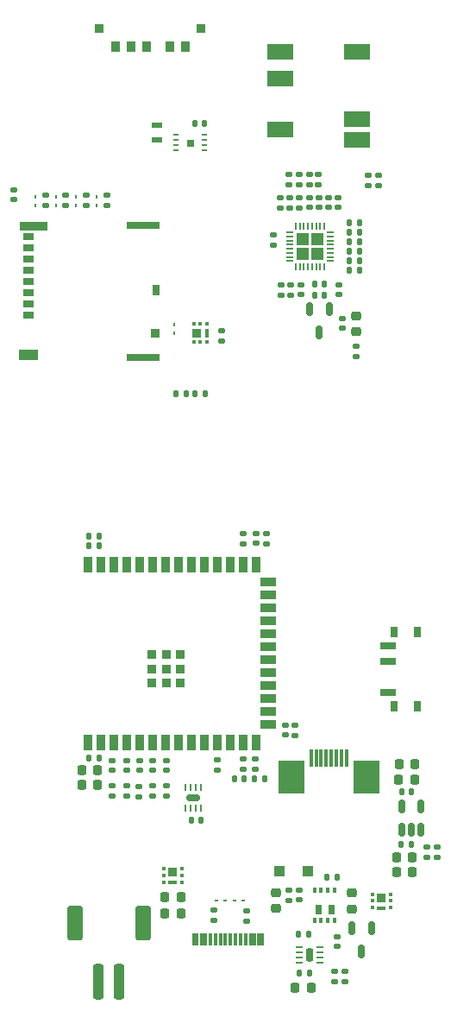
<source format=gbr>
%TF.GenerationSoftware,KiCad,Pcbnew,7.0.2-0*%
%TF.CreationDate,2023-08-13T19:48:24+08:00*%
%TF.ProjectId,Music_32_V2,4d757369-635f-4333-925f-56322e6b6963,rev?*%
%TF.SameCoordinates,Original*%
%TF.FileFunction,Paste,Top*%
%TF.FilePolarity,Positive*%
%FSLAX46Y46*%
G04 Gerber Fmt 4.6, Leading zero omitted, Abs format (unit mm)*
G04 Created by KiCad (PCBNEW 7.0.2-0) date 2023-08-13 19:48:24*
%MOMM*%
%LPD*%
G01*
G04 APERTURE LIST*
G04 Aperture macros list*
%AMRoundRect*
0 Rectangle with rounded corners*
0 $1 Rounding radius*
0 $2 $3 $4 $5 $6 $7 $8 $9 X,Y pos of 4 corners*
0 Add a 4 corners polygon primitive as box body*
4,1,4,$2,$3,$4,$5,$6,$7,$8,$9,$2,$3,0*
0 Add four circle primitives for the rounded corners*
1,1,$1+$1,$2,$3*
1,1,$1+$1,$4,$5*
1,1,$1+$1,$6,$7*
1,1,$1+$1,$8,$9*
0 Add four rect primitives between the rounded corners*
20,1,$1+$1,$2,$3,$4,$5,0*
20,1,$1+$1,$4,$5,$6,$7,0*
20,1,$1+$1,$6,$7,$8,$9,0*
20,1,$1+$1,$8,$9,$2,$3,0*%
%AMOutline4P*
0 Free polygon, 4 corners , with rotation*
0 The origin of the aperture is its center*
0 number of corners: always 4*
0 $1 to $8 corner X, Y*
0 $9 Rotation angle, in degrees counterclockwise*
0 create outline with 4 corners*
4,1,4,$1,$2,$3,$4,$5,$6,$7,$8,$1,$2,$9*%
G04 Aperture macros list end*
%ADD10C,0.010000*%
%ADD11C,0.120000*%
%ADD12RoundRect,0.062500X-0.117500X-0.062500X0.117500X-0.062500X0.117500X0.062500X-0.117500X0.062500X0*%
%ADD13RoundRect,0.225000X0.225000X0.250000X-0.225000X0.250000X-0.225000X-0.250000X0.225000X-0.250000X0*%
%ADD14RoundRect,0.140000X0.140000X0.170000X-0.140000X0.170000X-0.140000X-0.170000X0.140000X-0.170000X0*%
%ADD15RoundRect,0.140000X0.170000X-0.140000X0.170000X0.140000X-0.170000X0.140000X-0.170000X-0.140000X0*%
%ADD16RoundRect,0.182500X-0.182500X-0.462500X0.182500X-0.462500X0.182500X0.462500X-0.182500X0.462500X0*%
%ADD17RoundRect,0.062500X-0.300000X-0.062500X0.300000X-0.062500X0.300000X0.062500X-0.300000X0.062500X0*%
%ADD18RoundRect,0.225000X-0.225000X-0.250000X0.225000X-0.250000X0.225000X0.250000X-0.225000X0.250000X0*%
%ADD19RoundRect,0.160000X0.485000X-0.160000X0.485000X0.160000X-0.485000X0.160000X-0.485000X-0.160000X0*%
%ADD20RoundRect,0.062500X0.062500X-0.287500X0.062500X0.287500X-0.062500X0.287500X-0.062500X-0.287500X0*%
%ADD21RoundRect,0.135000X0.185000X-0.135000X0.185000X0.135000X-0.185000X0.135000X-0.185000X-0.135000X0*%
%ADD22RoundRect,0.140000X-0.170000X0.140000X-0.170000X-0.140000X0.170000X-0.140000X0.170000X0.140000X0*%
%ADD23RoundRect,0.150000X-0.150000X0.512500X-0.150000X-0.512500X0.150000X-0.512500X0.150000X0.512500X0*%
%ADD24RoundRect,0.135000X-0.185000X0.135000X-0.185000X-0.135000X0.185000X-0.135000X0.185000X0.135000X0*%
%ADD25R,1.100000X0.700000*%
%ADD26R,0.930000X0.900000*%
%ADD27R,0.780000X1.050000*%
%ADD28R,1.830000X1.140000*%
%ADD29R,2.800000X0.860000*%
%ADD30R,3.330000X0.700000*%
%ADD31RoundRect,0.140000X-0.140000X-0.170000X0.140000X-0.170000X0.140000X0.170000X-0.140000X0.170000X0*%
%ADD32RoundRect,0.250000X0.250000X1.500000X-0.250000X1.500000X-0.250000X-1.500000X0.250000X-1.500000X0*%
%ADD33RoundRect,0.250001X0.499999X1.449999X-0.499999X1.449999X-0.499999X-1.449999X0.499999X-1.449999X0*%
%ADD34RoundRect,0.062500X-0.062500X0.117500X-0.062500X-0.117500X0.062500X-0.117500X0.062500X0.117500X0*%
%ADD35RoundRect,0.225000X0.250000X-0.225000X0.250000X0.225000X-0.250000X0.225000X-0.250000X-0.225000X0*%
%ADD36RoundRect,0.062500X0.117500X0.062500X-0.117500X0.062500X-0.117500X-0.062500X0.117500X-0.062500X0*%
%ADD37Outline4P,-1.250000X-0.800000X1.250000X-0.800000X1.250000X0.800000X-1.250000X0.800000X0.000000*%
%ADD38R,0.350000X1.800000*%
%ADD39R,2.500000X3.200000*%
%ADD40R,0.900000X1.500000*%
%ADD41R,1.500000X0.900000*%
%ADD42R,0.900000X0.900000*%
%ADD43RoundRect,0.135000X-0.135000X-0.185000X0.135000X-0.185000X0.135000X0.185000X-0.135000X0.185000X0*%
%ADD44R,0.400000X0.350000*%
%ADD45R,0.399000X0.910000*%
%ADD46R,0.810000X0.910000*%
%ADD47RoundRect,0.225000X-0.250000X0.225000X-0.250000X-0.225000X0.250000X-0.225000X0.250000X0.225000X0*%
%ADD48RoundRect,0.150000X0.150000X-0.512500X0.150000X0.512500X-0.150000X0.512500X-0.150000X-0.512500X0*%
%ADD49RoundRect,0.135000X0.135000X0.185000X-0.135000X0.185000X-0.135000X-0.185000X0.135000X-0.185000X0*%
%ADD50RoundRect,0.218750X-0.218750X-0.256250X0.218750X-0.256250X0.218750X0.256250X-0.218750X0.256250X0*%
%ADD51R,0.800000X1.000000*%
%ADD52R,1.500000X0.700000*%
%ADD53R,0.625000X0.250000*%
%ADD54R,0.400000X0.500000*%
%ADD55R,0.300000X1.150000*%
%ADD56R,0.350000X0.400000*%
%ADD57R,0.910000X0.399000*%
%ADD58R,0.910000X0.810000*%
%ADD59RoundRect,0.250000X0.300000X0.300000X-0.300000X0.300000X-0.300000X-0.300000X0.300000X-0.300000X0*%
%ADD60RoundRect,0.062500X0.062500X-0.117500X0.062500X0.117500X-0.062500X0.117500X-0.062500X-0.117500X0*%
%ADD61RoundRect,0.218750X0.256250X-0.218750X0.256250X0.218750X-0.256250X0.218750X-0.256250X-0.218750X0*%
%ADD62R,0.900000X1.000000*%
%ADD63RoundRect,0.250000X-0.380000X-0.380000X0.380000X-0.380000X0.380000X0.380000X-0.380000X0.380000X0*%
%ADD64RoundRect,0.050000X-0.300000X-0.050000X0.300000X-0.050000X0.300000X0.050000X-0.300000X0.050000X0*%
%ADD65RoundRect,0.050000X-0.050000X-0.300000X0.050000X-0.300000X0.050000X0.300000X-0.050000X0.300000X0*%
%ADD66R,1.100000X0.600000*%
G04 APERTURE END LIST*
%TO.C,U10*%
D10*
X150012500Y-73200000D02*
X149412500Y-73200000D01*
X149412500Y-72600000D01*
X150012500Y-72600000D01*
X150012500Y-73200000D01*
G36*
X150012500Y-73200000D02*
G01*
X149412500Y-73200000D01*
X149412500Y-72600000D01*
X150012500Y-72600000D01*
X150012500Y-73200000D01*
G37*
D11*
%TO.C,Q3*%
X163820000Y-148505000D02*
X163320000Y-148505000D01*
X163320000Y-148505000D02*
X163320000Y-147655000D01*
X163320000Y-147655000D02*
X163820000Y-147655000D01*
X163820000Y-147655000D02*
X163820000Y-148505000D01*
G36*
X163820000Y-148505000D02*
G01*
X163320000Y-148505000D01*
X163320000Y-147655000D01*
X163820000Y-147655000D01*
X163820000Y-148505000D01*
G37*
X162520000Y-148480000D02*
X162020000Y-148480000D01*
X162020000Y-148480000D02*
X162020000Y-147630000D01*
X162020000Y-147630000D02*
X162520000Y-147630000D01*
X162520000Y-147630000D02*
X162520000Y-148480000D01*
G36*
X162520000Y-148480000D02*
G01*
X162020000Y-148480000D01*
X162020000Y-147630000D01*
X162520000Y-147630000D01*
X162520000Y-148480000D01*
G37*
%TD*%
D12*
%TO.C,D1*%
X154920000Y-147200000D03*
X154080000Y-147200000D03*
%TD*%
D13*
%TO.C,C13*%
X140630000Y-134450000D03*
X139080000Y-134450000D03*
%TD*%
D14*
%TO.C,C2*%
X140730000Y-112450000D03*
X139770000Y-112450000D03*
%TD*%
D15*
%TO.C,C14*%
X157900000Y-82930000D03*
X157900000Y-81970000D03*
%TD*%
D14*
%TO.C,C47*%
X151092500Y-71000000D03*
X150132500Y-71000000D03*
%TD*%
D16*
%TO.C,U5*%
X161400000Y-152550000D03*
D17*
X160387500Y-151800000D03*
X160387500Y-152300000D03*
X160387500Y-152800000D03*
X160387500Y-153300000D03*
X162412500Y-153300000D03*
X162412500Y-152800000D03*
X162412500Y-152300000D03*
X162412500Y-151800000D03*
%TD*%
D18*
%TO.C,C37*%
X170174998Y-135387501D03*
X171724998Y-135387501D03*
%TD*%
D19*
%TO.C,U9*%
X150030000Y-137150000D03*
D20*
X149280000Y-138150000D03*
X149780000Y-138150000D03*
X150280000Y-138150000D03*
X150780000Y-138150000D03*
X150780000Y-136150000D03*
X150280000Y-136150000D03*
X149780000Y-136150000D03*
X149280000Y-136150000D03*
%TD*%
D21*
%TO.C,R14*%
X159595000Y-87845000D03*
X159595000Y-86825000D03*
%TD*%
D14*
%TO.C,C17*%
X166310000Y-80775000D03*
X165350000Y-80775000D03*
%TD*%
D22*
%TO.C,C7*%
X146050000Y-133470000D03*
X146050000Y-134430000D03*
%TD*%
D23*
%TO.C,U6*%
X167500000Y-149950000D03*
X165600000Y-149950000D03*
X166550000Y-152225000D03*
%TD*%
D21*
%TO.C,R34*%
X152800000Y-92385001D03*
X152800000Y-91365001D03*
%TD*%
D24*
%TO.C,R15*%
X167220000Y-76090000D03*
X167220000Y-77110000D03*
%TD*%
D15*
%TO.C,C25*%
X164300000Y-87780000D03*
X164300000Y-86820000D03*
%TD*%
D25*
%TO.C,J4*%
X133820000Y-89830000D03*
X133820000Y-88730000D03*
X133820000Y-87630000D03*
X133820000Y-86530000D03*
X133820000Y-85430000D03*
X133820000Y-84330000D03*
X133820000Y-83230000D03*
X133820000Y-82130000D03*
D26*
X146285000Y-91620000D03*
D27*
X146360000Y-87355000D03*
D28*
X133835000Y-93710000D03*
D29*
X134320000Y-81050000D03*
D30*
X145085000Y-93930000D03*
X145085000Y-80970000D03*
%TD*%
D31*
%TO.C,C33*%
X170420000Y-141749998D03*
X171380000Y-141749998D03*
%TD*%
D32*
%TO.C,BT1*%
X142720000Y-155180000D03*
X140720000Y-155180000D03*
D33*
X145070000Y-149430000D03*
X138370000Y-149430000D03*
%TD*%
D14*
%TO.C,C15*%
X166310000Y-81675000D03*
X165350000Y-81675000D03*
%TD*%
D21*
%TO.C,R24*%
X152000000Y-149200001D03*
X152000000Y-148180001D03*
%TD*%
D22*
%TO.C,C3*%
X143450000Y-133470000D03*
X143450000Y-134430000D03*
%TD*%
D21*
%TO.C,R9*%
X154930000Y-134360000D03*
X154930000Y-133340000D03*
%TD*%
D22*
%TO.C,C23*%
X163295000Y-78295000D03*
X163295000Y-79255000D03*
%TD*%
D15*
%TO.C,C38*%
X132400000Y-78480000D03*
X132400000Y-77520000D03*
%TD*%
D24*
%TO.C,R12*%
X158520000Y-78265000D03*
X158520000Y-79285000D03*
%TD*%
D34*
%TO.C,D10*%
X134500000Y-79070000D03*
X134500000Y-78230000D03*
%TD*%
D18*
%TO.C,C31*%
X169979997Y-142950000D03*
X171529997Y-142950000D03*
%TD*%
D24*
%TO.C,R39*%
X141500000Y-78060000D03*
X141500000Y-79080000D03*
%TD*%
D15*
%TO.C,C40*%
X164100000Y-151730000D03*
X164100000Y-150770000D03*
%TD*%
D21*
%TO.C,R27*%
X163900000Y-155150000D03*
X163900000Y-154130000D03*
%TD*%
%TO.C,R1*%
X147350000Y-137010000D03*
X147350000Y-135990000D03*
%TD*%
D35*
%TO.C,C41*%
X165970000Y-91425000D03*
X165970000Y-89875000D03*
%TD*%
D36*
%TO.C,D2*%
X152280000Y-147200000D03*
X153120000Y-147200000D03*
%TD*%
D24*
%TO.C,R38*%
X139500000Y-78060000D03*
X139500000Y-79080000D03*
%TD*%
D22*
%TO.C,C6*%
X159100000Y-130010000D03*
X159100000Y-130970000D03*
%TD*%
%TO.C,C43*%
X172949998Y-142007501D03*
X172949998Y-142967501D03*
%TD*%
D37*
%TO.C,J2*%
X158570000Y-66630000D03*
X158570000Y-71630000D03*
X166070000Y-64030000D03*
X158570000Y-64030000D03*
X166070000Y-70630000D03*
X166070000Y-72630000D03*
%TD*%
D21*
%TO.C,R20*%
X162295000Y-77035000D03*
X162295000Y-76015000D03*
%TD*%
%TO.C,R25*%
X155250000Y-149210000D03*
X155250000Y-148190000D03*
%TD*%
D24*
%TO.C,R13*%
X160420000Y-78290000D03*
X160420000Y-79310000D03*
%TD*%
D21*
%TO.C,R17*%
X168190000Y-77110000D03*
X168190000Y-76090000D03*
%TD*%
D22*
%TO.C,C21*%
X161395000Y-78295000D03*
X161395000Y-79255000D03*
%TD*%
D15*
%TO.C,C27*%
X160400000Y-77005000D03*
X160400000Y-76045000D03*
%TD*%
D38*
%TO.C,J1*%
X165070000Y-133230000D03*
X164570000Y-133230000D03*
X164070000Y-133230000D03*
X163570000Y-133230000D03*
X163070000Y-133230000D03*
X162570000Y-133230000D03*
X162070000Y-133230000D03*
X161570000Y-133230000D03*
D39*
X167020000Y-135130000D03*
X159620000Y-135130000D03*
%TD*%
D40*
%TO.C,U2*%
X139640000Y-131750000D03*
X140910000Y-131750000D03*
X142180000Y-131750000D03*
X143450000Y-131750000D03*
X144720000Y-131750000D03*
X145990000Y-131750000D03*
X147260000Y-131750000D03*
X148530000Y-131750000D03*
X149800000Y-131750000D03*
X151070000Y-131750000D03*
X152340000Y-131750000D03*
X153610000Y-131750000D03*
X154880000Y-131750000D03*
X156150000Y-131750000D03*
D41*
X157400000Y-129985000D03*
X157400000Y-128715000D03*
X157400000Y-127445000D03*
X157400000Y-126175000D03*
X157400000Y-124905000D03*
X157400000Y-123635000D03*
X157400000Y-122365000D03*
X157400000Y-121095000D03*
X157400000Y-119825000D03*
X157400000Y-118555000D03*
X157400000Y-117285000D03*
X157400000Y-116015000D03*
D40*
X156150000Y-114250000D03*
X154880000Y-114250000D03*
X153610000Y-114250000D03*
X152340000Y-114250000D03*
X151070000Y-114250000D03*
X149800000Y-114250000D03*
X148530000Y-114250000D03*
X147260000Y-114250000D03*
X145990000Y-114250000D03*
X144720000Y-114250000D03*
X143450000Y-114250000D03*
X142180000Y-114250000D03*
X140910000Y-114250000D03*
X139640000Y-114250000D03*
D42*
X147360000Y-124500000D03*
X147360000Y-125900000D03*
X147360000Y-123100000D03*
X148760000Y-125900000D03*
X148760000Y-124500000D03*
X148760000Y-123100000D03*
X145960000Y-125900000D03*
X145960000Y-124500000D03*
X145960000Y-123100000D03*
%TD*%
D24*
%TO.C,R11*%
X159470000Y-78265000D03*
X159470000Y-79285000D03*
%TD*%
D14*
%TO.C,C9*%
X140735000Y-133250000D03*
X139775000Y-133250000D03*
%TD*%
D43*
%TO.C,R26*%
X160400000Y-154350000D03*
X161420000Y-154350000D03*
%TD*%
%TO.C,R2*%
X139720000Y-111450000D03*
X140740000Y-111450000D03*
%TD*%
%TO.C,R18*%
X165345000Y-84500000D03*
X166365000Y-84500000D03*
%TD*%
D44*
%TO.C,Q4*%
X151350000Y-92425000D03*
D45*
X151394500Y-91550000D03*
D44*
X151350000Y-90675000D03*
X150050000Y-92425000D03*
X150700000Y-92425000D03*
D46*
X150379000Y-91550000D03*
D44*
X150050000Y-90675000D03*
X150700000Y-90675000D03*
%TD*%
D21*
%TO.C,R5*%
X144700000Y-137020000D03*
X144700000Y-136000000D03*
%TD*%
D18*
%TO.C,C32*%
X169979995Y-144449999D03*
X171529995Y-144449999D03*
%TD*%
D15*
%TO.C,C26*%
X158620000Y-87830000D03*
X158620000Y-86870000D03*
%TD*%
D21*
%TO.C,R23*%
X159400000Y-147210000D03*
X159400000Y-146190000D03*
%TD*%
D14*
%TO.C,C44*%
X162900000Y-87850000D03*
X161940000Y-87850000D03*
%TD*%
D31*
%TO.C,C12*%
X156050000Y-135250000D03*
X157010000Y-135250000D03*
%TD*%
D22*
%TO.C,C30*%
X160400000Y-146200000D03*
X160400000Y-147160000D03*
%TD*%
D47*
%TO.C,C28*%
X165600000Y-146475000D03*
X165600000Y-148025000D03*
%TD*%
D48*
%TO.C,U4*%
X170450000Y-140287500D03*
X171400000Y-140287500D03*
X172350000Y-140287500D03*
X172350000Y-138012500D03*
X170450000Y-138012500D03*
%TD*%
D49*
%TO.C,R35*%
X149290000Y-97550000D03*
X148270000Y-97550000D03*
%TD*%
D21*
%TO.C,R36*%
X154900000Y-112210000D03*
X154900000Y-111190000D03*
%TD*%
D50*
%TO.C,F1*%
X147212500Y-148450000D03*
X148787500Y-148450000D03*
%TD*%
D21*
%TO.C,R28*%
X164900000Y-155150000D03*
X164900000Y-154130000D03*
%TD*%
D24*
%TO.C,R19*%
X161395000Y-76015000D03*
X161395000Y-77035000D03*
%TD*%
D43*
%TO.C,R22*%
X163140000Y-144950000D03*
X164160000Y-144950000D03*
%TD*%
%TO.C,R21*%
X165345000Y-85450000D03*
X166365000Y-85450000D03*
%TD*%
D24*
%TO.C,R37*%
X135500000Y-78040000D03*
X135500000Y-79060000D03*
%TD*%
D51*
%TO.C,SW7*%
X169765000Y-128180000D03*
X171975000Y-128180000D03*
X169765000Y-120880000D03*
X171975000Y-120880000D03*
D52*
X169115000Y-126780000D03*
X169115000Y-123780000D03*
X169115000Y-122280000D03*
%TD*%
D22*
%TO.C,C1*%
X147350000Y-133470000D03*
X147350000Y-134430000D03*
%TD*%
D15*
%TO.C,C19*%
X160595000Y-87815000D03*
X160595000Y-86855000D03*
%TD*%
D43*
%TO.C,R29*%
X160290000Y-150550000D03*
X161310000Y-150550000D03*
%TD*%
D24*
%TO.C,R16*%
X159405000Y-76015000D03*
X159405000Y-77035000D03*
%TD*%
D14*
%TO.C,C10*%
X155010000Y-135250000D03*
X154050000Y-135250000D03*
%TD*%
D31*
%TO.C,C45*%
X150200000Y-97550000D03*
X151160000Y-97550000D03*
%TD*%
D53*
%TO.C,U10*%
X148300000Y-72150000D03*
X148300000Y-72650000D03*
X148300000Y-73150000D03*
X148300000Y-73650000D03*
X151125000Y-73650000D03*
X151125000Y-73150000D03*
X151125000Y-72650000D03*
X151125000Y-72150000D03*
%TD*%
D54*
%TO.C,Q3*%
X163850000Y-146200000D03*
X163200000Y-146200000D03*
X162550000Y-146200000D03*
X161900000Y-146200000D03*
X161910000Y-149170000D03*
X162560000Y-149170000D03*
X163210000Y-149170000D03*
X163860000Y-149170000D03*
%TD*%
D21*
%TO.C,R10*%
X156130000Y-134360000D03*
X156130000Y-133340000D03*
%TD*%
%TO.C,R8*%
X142000000Y-137010000D03*
X142000000Y-135990000D03*
%TD*%
%TO.C,FB1*%
X165970000Y-93860000D03*
X165970000Y-92840000D03*
%TD*%
D14*
%TO.C,C16*%
X166305000Y-83550000D03*
X165345000Y-83550000D03*
%TD*%
%TO.C,C20*%
X162900000Y-86800000D03*
X161940000Y-86800000D03*
%TD*%
D13*
%TO.C,C34*%
X161575000Y-155750000D03*
X160025000Y-155750000D03*
%TD*%
D23*
%TO.C,U7*%
X163349999Y-89250000D03*
X161449999Y-89250000D03*
X162399999Y-91525000D03*
%TD*%
D55*
%TO.C,J3*%
X150070000Y-151060000D03*
X150870000Y-151060000D03*
X152170000Y-151060000D03*
X153170000Y-151060000D03*
X153670000Y-151060000D03*
X154670000Y-151060000D03*
X155970000Y-151060000D03*
X156770000Y-151060000D03*
X156470000Y-151060000D03*
X155670000Y-151060000D03*
X155170000Y-151060000D03*
X154170000Y-151060000D03*
X152670000Y-151060000D03*
X151670000Y-151060000D03*
X151170000Y-151060000D03*
X150370000Y-151060000D03*
%TD*%
D56*
%TO.C,Q1*%
X147125000Y-145405500D03*
D57*
X148000000Y-145450000D03*
D56*
X148875000Y-145405500D03*
X147125000Y-144105500D03*
X147125000Y-144755500D03*
D58*
X148000000Y-144434500D03*
D56*
X148875000Y-144105500D03*
X148875000Y-144755500D03*
%TD*%
D14*
%TO.C,C18*%
X166305000Y-82600000D03*
X165345000Y-82600000D03*
%TD*%
D24*
%TO.C,R40*%
X137500000Y-78040000D03*
X137500000Y-79060000D03*
%TD*%
D59*
%TO.C,D3*%
X161300000Y-144350000D03*
X158500000Y-144350000D03*
%TD*%
D34*
%TO.C,D7*%
X136500000Y-79070000D03*
X136500000Y-78230000D03*
%TD*%
D18*
%TO.C,C35*%
X170199997Y-133877504D03*
X171749997Y-133877504D03*
%TD*%
D22*
%TO.C,C8*%
X142000000Y-133470000D03*
X142000000Y-134430000D03*
%TD*%
D24*
%TO.C,R4*%
X157200000Y-111190000D03*
X157200000Y-112210000D03*
%TD*%
D21*
%TO.C,R7*%
X146050000Y-137010000D03*
X146050000Y-135990000D03*
%TD*%
D60*
%TO.C,D6*%
X148100000Y-90730000D03*
X148100000Y-91570000D03*
%TD*%
D15*
%TO.C,C4*%
X156200000Y-112180000D03*
X156200000Y-111220000D03*
%TD*%
D24*
%TO.C,R41*%
X152330000Y-133440000D03*
X152330000Y-134460000D03*
%TD*%
D31*
%TO.C,C36*%
X170494997Y-136577505D03*
X171454997Y-136577505D03*
%TD*%
D22*
%TO.C,C24*%
X164245000Y-78295000D03*
X164245000Y-79255000D03*
%TD*%
D61*
%TO.C,F2*%
X158100000Y-147987500D03*
X158100000Y-146412500D03*
%TD*%
D62*
%TO.C,U1*%
X142400000Y-63500000D03*
X143900000Y-63500000D03*
X145400000Y-63500000D03*
X147700000Y-63500000D03*
X149200000Y-63500000D03*
D42*
X140800000Y-61700000D03*
X150800000Y-61700000D03*
%TD*%
D63*
%TO.C,U3*%
X160745000Y-82375000D03*
X160745000Y-83825000D03*
X162195000Y-82375000D03*
X162195000Y-83825000D03*
D64*
X159470000Y-81700000D03*
X159470000Y-82100000D03*
X159470000Y-82500000D03*
X159470000Y-82900000D03*
X159470000Y-83300000D03*
X159470000Y-83700000D03*
X159470000Y-84100000D03*
X159470000Y-84500000D03*
D65*
X160070000Y-85100000D03*
X160470000Y-85100000D03*
X160870000Y-85100000D03*
X161270000Y-85100000D03*
X161670000Y-85100000D03*
X162070000Y-85100000D03*
X162470000Y-85100000D03*
X162870000Y-85100000D03*
D64*
X163470000Y-84500000D03*
X163470000Y-84100000D03*
X163470000Y-83700000D03*
X163470000Y-83300000D03*
X163470000Y-82900000D03*
X163470000Y-82500000D03*
X163470000Y-82100000D03*
X163470000Y-81700000D03*
D65*
X162870000Y-81100000D03*
X162470000Y-81100000D03*
X162070000Y-81100000D03*
X161670000Y-81100000D03*
X161270000Y-81100000D03*
X160870000Y-81100000D03*
X160470000Y-81100000D03*
X160070000Y-81100000D03*
%TD*%
D22*
%TO.C,C22*%
X162345000Y-78295000D03*
X162345000Y-79255000D03*
%TD*%
D34*
%TO.C,D8*%
X140500000Y-79090000D03*
X140500000Y-78250000D03*
%TD*%
D21*
%TO.C,R33*%
X173949998Y-142997501D03*
X173949998Y-141977501D03*
%TD*%
D66*
%TO.C,Y1*%
X146412500Y-72600000D03*
X146412500Y-71200000D03*
%TD*%
D31*
%TO.C,C46*%
X149820000Y-139300000D03*
X150780000Y-139300000D03*
%TD*%
D34*
%TO.C,D9*%
X138500000Y-79090000D03*
X138500000Y-78250000D03*
%TD*%
D21*
%TO.C,R6*%
X160030000Y-131010000D03*
X160030000Y-129990000D03*
%TD*%
D22*
%TO.C,C42*%
X164670000Y-90120000D03*
X164670000Y-91080000D03*
%TD*%
D56*
%TO.C,Q2*%
X167600000Y-147900000D03*
D57*
X168475000Y-147944500D03*
D56*
X169350000Y-147900000D03*
X167600000Y-146600000D03*
X167600000Y-147250000D03*
D58*
X168475000Y-146929000D03*
D56*
X169350000Y-146600000D03*
X169350000Y-147250000D03*
%TD*%
D18*
%TO.C,C29*%
X147225000Y-146834500D03*
X148775000Y-146834500D03*
%TD*%
D13*
%TO.C,C11*%
X140630000Y-135850000D03*
X139080000Y-135850000D03*
%TD*%
D21*
%TO.C,R3*%
X143450000Y-137010000D03*
X143450000Y-135990000D03*
%TD*%
D22*
%TO.C,C5*%
X144730000Y-133470000D03*
X144730000Y-134430000D03*
%TD*%
M02*

</source>
